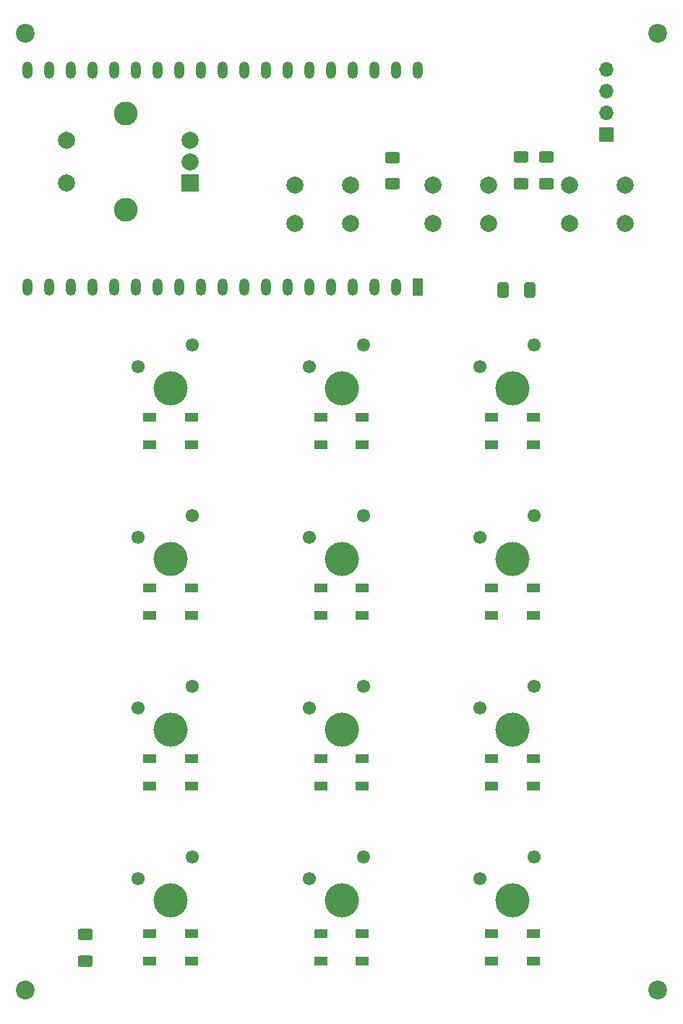
<source format=gbr>
%TF.GenerationSoftware,KiCad,Pcbnew,(6.0.1)*%
%TF.CreationDate,2023-01-12T08:56:13+01:00*%
%TF.ProjectId,MacroPad,4d616372-6f50-4616-942e-6b696361645f,rev?*%
%TF.SameCoordinates,Original*%
%TF.FileFunction,Soldermask,Top*%
%TF.FilePolarity,Negative*%
%FSLAX46Y46*%
G04 Gerber Fmt 4.6, Leading zero omitted, Abs format (unit mm)*
G04 Created by KiCad (PCBNEW (6.0.1)) date 2023-01-12 08:56:13*
%MOMM*%
%LPD*%
G01*
G04 APERTURE LIST*
G04 Aperture macros list*
%AMRoundRect*
0 Rectangle with rounded corners*
0 $1 Rounding radius*
0 $2 $3 $4 $5 $6 $7 $8 $9 X,Y pos of 4 corners*
0 Add a 4 corners polygon primitive as box body*
4,1,4,$2,$3,$4,$5,$6,$7,$8,$9,$2,$3,0*
0 Add four circle primitives for the rounded corners*
1,1,$1+$1,$2,$3*
1,1,$1+$1,$4,$5*
1,1,$1+$1,$6,$7*
1,1,$1+$1,$8,$9*
0 Add four rect primitives between the rounded corners*
20,1,$1+$1,$2,$3,$4,$5,0*
20,1,$1+$1,$4,$5,$6,$7,0*
20,1,$1+$1,$6,$7,$8,$9,0*
20,1,$1+$1,$8,$9,$2,$3,0*%
G04 Aperture macros list end*
%ADD10C,4.000000*%
%ADD11C,1.550000*%
%ADD12C,2.200000*%
%ADD13R,1.500000X1.000000*%
%ADD14RoundRect,0.250000X-0.625000X0.400000X-0.625000X-0.400000X0.625000X-0.400000X0.625000X0.400000X0*%
%ADD15RoundRect,0.250000X-0.412500X-0.650000X0.412500X-0.650000X0.412500X0.650000X-0.412500X0.650000X0*%
%ADD16C,2.000000*%
%ADD17RoundRect,0.250000X0.625000X-0.400000X0.625000X0.400000X-0.625000X0.400000X-0.625000X-0.400000X0*%
%ADD18R,2.000000X2.000000*%
%ADD19C,2.800000*%
%ADD20R,1.700000X1.700000*%
%ADD21O,1.700000X1.700000*%
%ADD22R,1.200000X2.000000*%
%ADD23O,1.200000X2.000000*%
G04 APERTURE END LIST*
D10*
%TO.C,SW2*%
X131000000Y-87500000D03*
D11*
X127190000Y-84960000D03*
X133540000Y-82420000D03*
%TD*%
D12*
%TO.C,REF\u002A\u002A*%
X168000000Y-46000000D03*
%TD*%
%TO.C,REF\u002A\u002A*%
X94000000Y-46000000D03*
%TD*%
%TO.C,REF\u002A\u002A*%
X94000000Y-158000000D03*
%TD*%
%TO.C,REF\u002A\u002A*%
X168000000Y-158000000D03*
%TD*%
D13*
%TO.C,D5*%
X133450000Y-114100000D03*
X133450000Y-110900000D03*
X128550000Y-110900000D03*
X128550000Y-114100000D03*
%TD*%
%TO.C,D1*%
X113450000Y-94100000D03*
X113450000Y-90900000D03*
X108550000Y-90900000D03*
X108550000Y-94100000D03*
%TD*%
D14*
%TO.C,R2*%
X155000000Y-60450000D03*
X155000000Y-63550000D03*
%TD*%
D11*
%TO.C,SW1*%
X107190000Y-84960000D03*
X113540000Y-82420000D03*
D10*
X111000000Y-87500000D03*
%TD*%
D13*
%TO.C,D6*%
X153450000Y-114100000D03*
X153450000Y-110900000D03*
X148550000Y-110900000D03*
X148550000Y-114100000D03*
%TD*%
D11*
%TO.C,SW8*%
X133540000Y-122420000D03*
D10*
X131000000Y-127500000D03*
D11*
X127190000Y-124960000D03*
%TD*%
D15*
%TO.C,C1*%
X149937500Y-76000000D03*
X153062500Y-76000000D03*
%TD*%
D10*
%TO.C,SW5*%
X131000000Y-107500000D03*
D11*
X133540000Y-102420000D03*
X127190000Y-104960000D03*
%TD*%
D13*
%TO.C,D12*%
X153450000Y-154600000D03*
X153450000Y-151400000D03*
X148550000Y-151400000D03*
X148550000Y-154600000D03*
%TD*%
%TO.C,D3*%
X153450000Y-94100000D03*
X153450000Y-90900000D03*
X148550000Y-90900000D03*
X148550000Y-94100000D03*
%TD*%
%TO.C,D7*%
X113450000Y-134100000D03*
X113450000Y-130900000D03*
X108550000Y-130900000D03*
X108550000Y-134100000D03*
%TD*%
%TO.C,D2*%
X133450000Y-94100000D03*
X133450000Y-90900000D03*
X128550000Y-90900000D03*
X128550000Y-94100000D03*
%TD*%
D10*
%TO.C,SW11*%
X131000000Y-147500000D03*
D11*
X133540000Y-142420000D03*
X127190000Y-144960000D03*
%TD*%
D16*
%TO.C,SW14*%
X157750000Y-63750000D03*
X164250000Y-63750000D03*
X157750000Y-68250000D03*
X164250000Y-68250000D03*
%TD*%
D13*
%TO.C,D8*%
X133450000Y-134100000D03*
X133450000Y-130900000D03*
X128550000Y-130900000D03*
X128550000Y-134100000D03*
%TD*%
D16*
%TO.C,SW16*%
X125550000Y-63750000D03*
X132050000Y-63750000D03*
X125550000Y-68250000D03*
X132050000Y-68250000D03*
%TD*%
D17*
%TO.C,R4*%
X137000000Y-63600000D03*
X137000000Y-60500000D03*
%TD*%
D18*
%TO.C,SW13*%
X113250000Y-63500000D03*
D16*
X113250000Y-58500000D03*
X113250000Y-61000000D03*
D19*
X105750000Y-55400000D03*
X105750000Y-66600000D03*
D16*
X98750000Y-63500000D03*
X98750000Y-58500000D03*
%TD*%
D13*
%TO.C,D4*%
X113450000Y-114100000D03*
X113450000Y-110900000D03*
X108550000Y-110900000D03*
X108550000Y-114100000D03*
%TD*%
%TO.C,D11*%
X133450000Y-154600000D03*
X133450000Y-151400000D03*
X128550000Y-151400000D03*
X128550000Y-154600000D03*
%TD*%
D11*
%TO.C,SW9*%
X147190000Y-124960000D03*
D10*
X151000000Y-127500000D03*
D11*
X153540000Y-122420000D03*
%TD*%
D13*
%TO.C,D9*%
X153450000Y-134100000D03*
X153450000Y-130900000D03*
X148550000Y-130900000D03*
X148550000Y-134100000D03*
%TD*%
D14*
%TO.C,R1*%
X101000000Y-151450000D03*
X101000000Y-154550000D03*
%TD*%
D20*
%TO.C,O1*%
X162000000Y-57800000D03*
D21*
X162000000Y-55260000D03*
X162000000Y-52720000D03*
X162000000Y-50180000D03*
%TD*%
D11*
%TO.C,SW12*%
X153540000Y-142420000D03*
X147190000Y-144960000D03*
D10*
X151000000Y-147500000D03*
%TD*%
D11*
%TO.C,SW7*%
X113540000Y-122420000D03*
X107190000Y-124960000D03*
D10*
X111000000Y-127500000D03*
%TD*%
%TO.C,SW6*%
X151000000Y-107500000D03*
D11*
X153540000Y-102420000D03*
X147190000Y-104960000D03*
%TD*%
D10*
%TO.C,SW3*%
X151000000Y-87500000D03*
D11*
X147190000Y-84960000D03*
X153540000Y-82420000D03*
%TD*%
%TO.C,SW10*%
X107190000Y-144960000D03*
D10*
X111000000Y-147500000D03*
D11*
X113540000Y-142420000D03*
%TD*%
D14*
%TO.C,R3*%
X152000000Y-60450000D03*
X152000000Y-63550000D03*
%TD*%
D13*
%TO.C,D10*%
X113450000Y-154600000D03*
X113450000Y-151400000D03*
X108550000Y-151400000D03*
X108550000Y-154600000D03*
%TD*%
D16*
%TO.C,SW15*%
X148250000Y-63750000D03*
X141750000Y-63750000D03*
X141750000Y-68250000D03*
X148250000Y-68250000D03*
%TD*%
D11*
%TO.C,SW4*%
X107190000Y-104960000D03*
D10*
X111000000Y-107500000D03*
D11*
X113540000Y-102420000D03*
%TD*%
D22*
%TO.C,U1*%
X139903440Y-75700000D03*
D23*
X137363440Y-75700000D03*
X134823440Y-75700000D03*
X132283440Y-75700000D03*
X129743440Y-75700000D03*
X127203440Y-75700000D03*
X124663440Y-75700000D03*
X122123440Y-75700000D03*
X119583440Y-75700000D03*
X117043440Y-75700000D03*
X114503440Y-75700000D03*
X111963440Y-75700000D03*
X109423440Y-75700000D03*
X106883440Y-75700000D03*
X104343440Y-75700000D03*
X101803440Y-75700000D03*
X99263440Y-75700000D03*
X96723440Y-75700000D03*
X94183440Y-75700000D03*
X94186160Y-50303680D03*
X96726160Y-50303680D03*
X99263440Y-50300000D03*
X101803440Y-50300000D03*
X104343440Y-50300000D03*
X106883440Y-50300000D03*
X109423440Y-50300000D03*
X111963440Y-50300000D03*
X114503440Y-50300000D03*
X117043440Y-50300000D03*
X119583440Y-50300000D03*
X122123440Y-50300000D03*
X124663440Y-50300000D03*
X127203440Y-50300000D03*
X129743440Y-50300000D03*
X132283440Y-50300000D03*
X134823440Y-50300000D03*
X137363440Y-50300000D03*
X139903440Y-50300000D03*
%TD*%
M02*

</source>
